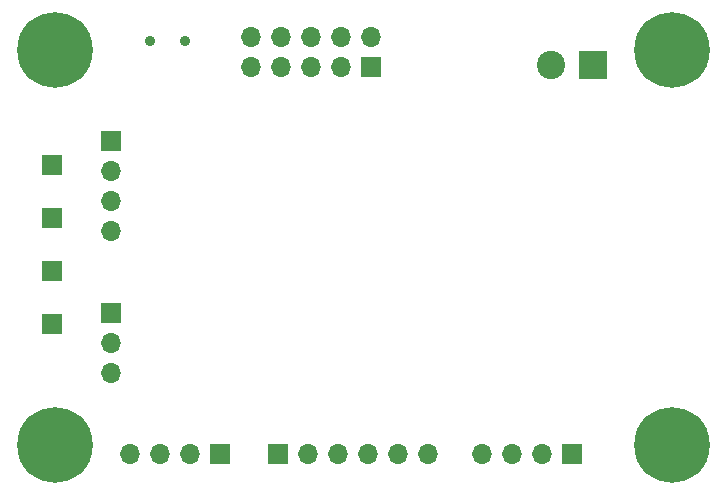
<source format=gbr>
%TF.GenerationSoftware,KiCad,Pcbnew,(5.1.10)-1*%
%TF.CreationDate,2021-07-10T11:27:40-07:00*%
%TF.ProjectId,willios_v2,77696c6c-696f-4735-9f76-322e6b696361,rev?*%
%TF.SameCoordinates,Original*%
%TF.FileFunction,Soldermask,Bot*%
%TF.FilePolarity,Negative*%
%FSLAX46Y46*%
G04 Gerber Fmt 4.6, Leading zero omitted, Abs format (unit mm)*
G04 Created by KiCad (PCBNEW (5.1.10)-1) date 2021-07-10 11:27:40*
%MOMM*%
%LPD*%
G01*
G04 APERTURE LIST*
%ADD10O,1.700000X1.700000*%
%ADD11R,1.700000X1.700000*%
%ADD12C,6.400000*%
%ADD13C,0.800000*%
%ADD14R,2.400000X2.400000*%
%ADD15C,2.400000*%
%ADD16C,0.900000*%
G04 APERTURE END LIST*
D10*
%TO.C,J9*%
X90700000Y-135620000D03*
X90700000Y-133080000D03*
X90700000Y-130540000D03*
D11*
X90700000Y-128000000D03*
%TD*%
D12*
%TO.C,H1*%
X86000000Y-120250000D03*
D13*
X88400000Y-120250000D03*
X87697056Y-121947056D03*
X86000000Y-122650000D03*
X84302944Y-121947056D03*
X83600000Y-120250000D03*
X84302944Y-118552944D03*
X86000000Y-117850000D03*
X87697056Y-118552944D03*
%TD*%
D11*
%TO.C,J12*%
X85750000Y-134500000D03*
%TD*%
%TO.C,J11*%
X85750000Y-139000000D03*
%TD*%
%TO.C,J10*%
X85750000Y-143500000D03*
%TD*%
D10*
%TO.C,J8*%
X90750000Y-147580000D03*
X90750000Y-145040000D03*
D11*
X90750000Y-142500000D03*
%TD*%
%TO.C,J7*%
X85750000Y-130000000D03*
%TD*%
D10*
%TO.C,J6*%
X117540000Y-154500000D03*
X115000000Y-154500000D03*
X112460000Y-154500000D03*
X109920000Y-154500000D03*
X107380000Y-154500000D03*
D11*
X104840000Y-154500000D03*
%TD*%
D10*
%TO.C,J5*%
X92380000Y-154500000D03*
X94920000Y-154500000D03*
X97460000Y-154500000D03*
D11*
X100000000Y-154500000D03*
%TD*%
D10*
%TO.C,J4*%
X122130000Y-154500000D03*
X124670000Y-154500000D03*
X127210000Y-154500000D03*
D11*
X129750000Y-154500000D03*
%TD*%
D13*
%TO.C,H2*%
X139947056Y-118552944D03*
X138250000Y-117850000D03*
X136552944Y-118552944D03*
X135850000Y-120250000D03*
X136552944Y-121947056D03*
X138250000Y-122650000D03*
X139947056Y-121947056D03*
X140650000Y-120250000D03*
D12*
X138250000Y-120250000D03*
%TD*%
%TO.C,H3*%
X86000000Y-153750000D03*
D13*
X88400000Y-153750000D03*
X87697056Y-155447056D03*
X86000000Y-156150000D03*
X84302944Y-155447056D03*
X83600000Y-153750000D03*
X84302944Y-152052944D03*
X86000000Y-151350000D03*
X87697056Y-152052944D03*
%TD*%
%TO.C,H4*%
X139947056Y-152052944D03*
X138250000Y-151350000D03*
X136552944Y-152052944D03*
X135850000Y-153750000D03*
X136552944Y-155447056D03*
X138250000Y-156150000D03*
X139947056Y-155447056D03*
X140650000Y-153750000D03*
D12*
X138250000Y-153750000D03*
%TD*%
D14*
%TO.C,J1*%
X131500000Y-121500000D03*
D15*
X128000000Y-121500000D03*
%TD*%
D11*
%TO.C,J3*%
X112750000Y-121750000D03*
D10*
X112750000Y-119210000D03*
X110210000Y-121750000D03*
X110210000Y-119210000D03*
X107670000Y-121750000D03*
X107670000Y-119210000D03*
X105130000Y-121750000D03*
X105130000Y-119210000D03*
X102590000Y-121750000D03*
X102590000Y-119210000D03*
%TD*%
D16*
%TO.C,SW1*%
X97000000Y-119500000D03*
X94000000Y-119500000D03*
%TD*%
M02*

</source>
